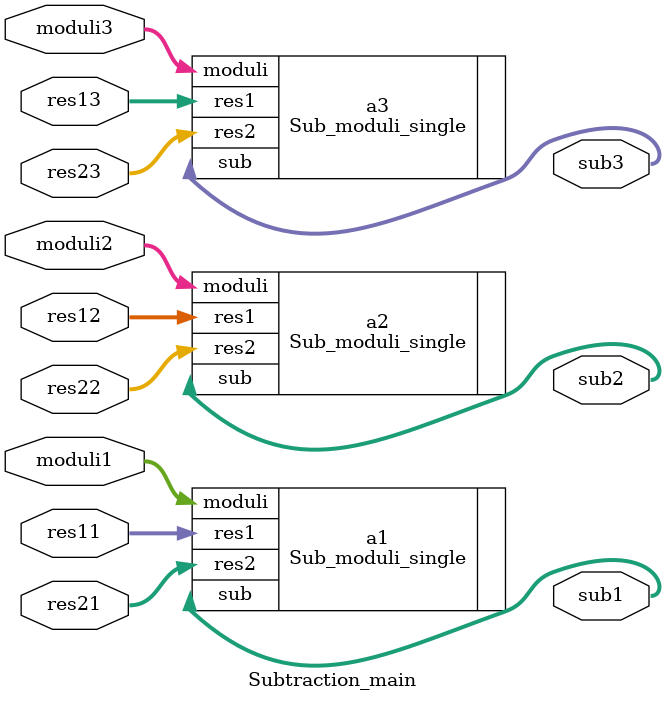
<source format=v>
`timescale 1ns / 1ps
module Subtraction_main(
	 input [2:0] res11,
    input [2:0] res12,
    input [2:0] res13,
    input [2:0] res21,
    input [2:0] res22,
    input [2:0] res23,
    input [2:0] moduli1,
    input [2:0] moduli2,
    input [2:0] moduli3,
    output [2:0] sub1,
    output [2:0] sub2,
    output [2:0] sub3
	 
	 );
	 Sub_moduli_single a1(.res1(res11) , .res2(res21), .moduli(moduli1), .sub(sub1));
	 Sub_moduli_single a2(.res1(res12) , .res2(res22), .moduli(moduli2), .sub(sub2));
	 Sub_moduli_single a3(.res1(res13) , .res2(res23), .moduli(moduli3), .sub(sub3));


endmodule

</source>
